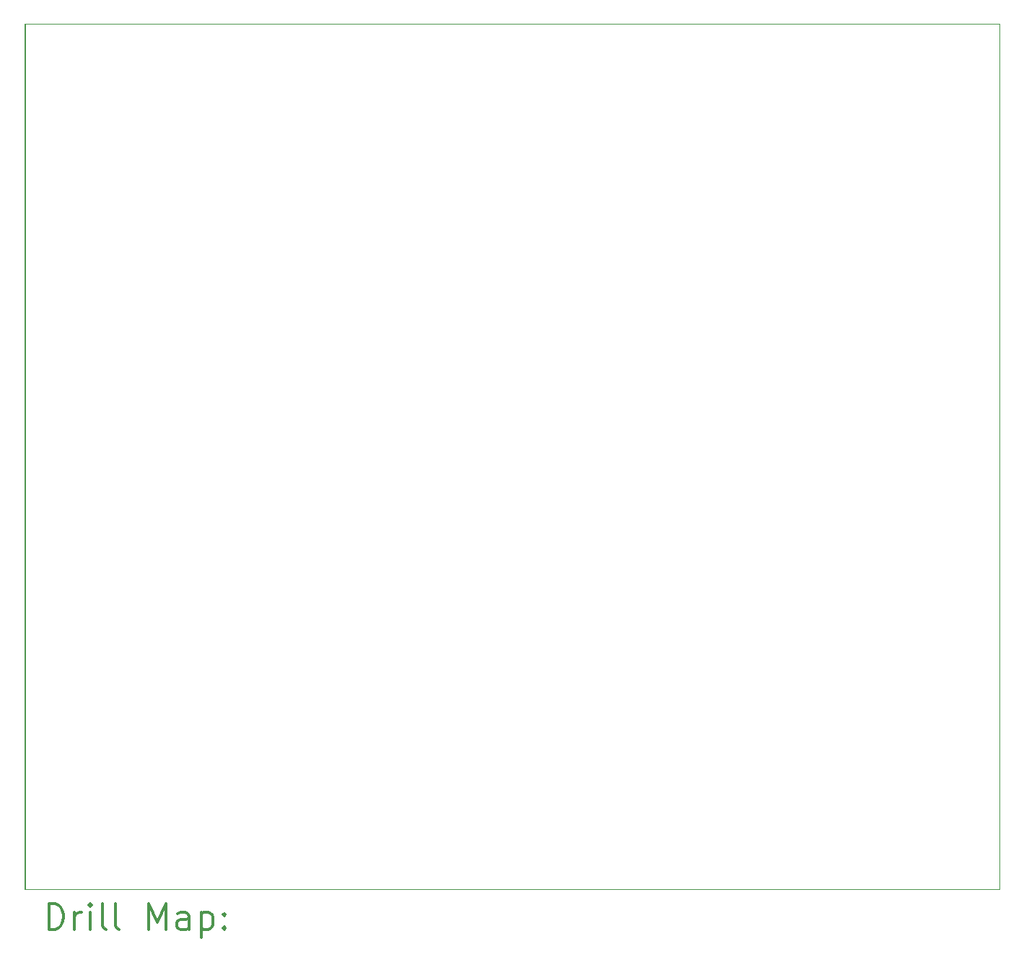
<source format=gbr>
%FSLAX45Y45*%
G04 Gerber Fmt 4.5, Leading zero omitted, Abs format (unit mm)*
G04 Created by KiCad (PCBNEW (5.1.8)-1) date 2022-01-07 12:24:24*
%MOMM*%
%LPD*%
G01*
G04 APERTURE LIST*
%TA.AperFunction,Profile*%
%ADD10C,0.050000*%
%TD*%
%TA.AperFunction,Profile*%
%ADD11C,0.150000*%
%TD*%
%ADD12C,0.200000*%
%ADD13C,0.300000*%
G04 APERTURE END LIST*
D10*
X3810000Y-3810000D02*
X15240000Y-3810000D01*
X15240000Y-13970000D02*
X3810000Y-13970000D01*
X15240000Y-3810000D02*
X15240000Y-13970000D01*
D11*
X3810000Y-13970000D02*
X3810000Y-3810000D01*
D12*
D13*
X4088928Y-14443214D02*
X4088928Y-14143214D01*
X4160357Y-14143214D01*
X4203214Y-14157500D01*
X4231786Y-14186071D01*
X4246071Y-14214643D01*
X4260357Y-14271786D01*
X4260357Y-14314643D01*
X4246071Y-14371786D01*
X4231786Y-14400357D01*
X4203214Y-14428929D01*
X4160357Y-14443214D01*
X4088928Y-14443214D01*
X4388928Y-14443214D02*
X4388928Y-14243214D01*
X4388928Y-14300357D02*
X4403214Y-14271786D01*
X4417500Y-14257500D01*
X4446071Y-14243214D01*
X4474643Y-14243214D01*
X4574643Y-14443214D02*
X4574643Y-14243214D01*
X4574643Y-14143214D02*
X4560357Y-14157500D01*
X4574643Y-14171786D01*
X4588928Y-14157500D01*
X4574643Y-14143214D01*
X4574643Y-14171786D01*
X4760357Y-14443214D02*
X4731786Y-14428929D01*
X4717500Y-14400357D01*
X4717500Y-14143214D01*
X4917500Y-14443214D02*
X4888928Y-14428929D01*
X4874643Y-14400357D01*
X4874643Y-14143214D01*
X5260357Y-14443214D02*
X5260357Y-14143214D01*
X5360357Y-14357500D01*
X5460357Y-14143214D01*
X5460357Y-14443214D01*
X5731786Y-14443214D02*
X5731786Y-14286071D01*
X5717500Y-14257500D01*
X5688928Y-14243214D01*
X5631786Y-14243214D01*
X5603214Y-14257500D01*
X5731786Y-14428929D02*
X5703214Y-14443214D01*
X5631786Y-14443214D01*
X5603214Y-14428929D01*
X5588928Y-14400357D01*
X5588928Y-14371786D01*
X5603214Y-14343214D01*
X5631786Y-14328929D01*
X5703214Y-14328929D01*
X5731786Y-14314643D01*
X5874643Y-14243214D02*
X5874643Y-14543214D01*
X5874643Y-14257500D02*
X5903214Y-14243214D01*
X5960357Y-14243214D01*
X5988928Y-14257500D01*
X6003214Y-14271786D01*
X6017500Y-14300357D01*
X6017500Y-14386071D01*
X6003214Y-14414643D01*
X5988928Y-14428929D01*
X5960357Y-14443214D01*
X5903214Y-14443214D01*
X5874643Y-14428929D01*
X6146071Y-14414643D02*
X6160357Y-14428929D01*
X6146071Y-14443214D01*
X6131786Y-14428929D01*
X6146071Y-14414643D01*
X6146071Y-14443214D01*
X6146071Y-14257500D02*
X6160357Y-14271786D01*
X6146071Y-14286071D01*
X6131786Y-14271786D01*
X6146071Y-14257500D01*
X6146071Y-14286071D01*
M02*

</source>
